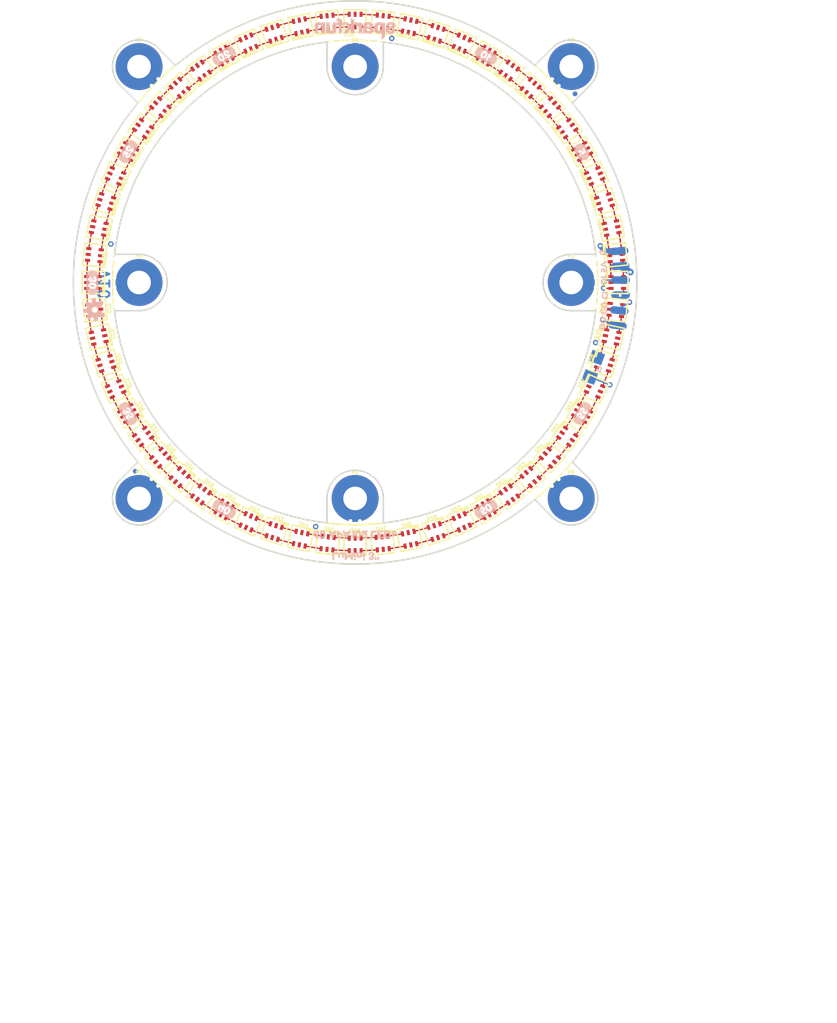
<source format=kicad_pcb>
(kicad_pcb (version 20211014) (generator pcbnew)
  (layers (0 "F.Cu" signal) (31 "B.Cu" signal) (34 "B.Paste" user) (35 "F.Paste" user) (36 "B.SilkS" user "B.Silkscreen") (37 "F.SilkS" user "F.Silkscreen") (38 "B.Mask" user) (39 "F.Mask" user) (44 "Edge.Cuts" user))
  (net 0 "")
  (net 1 "GND")
  (net 2 "5V")
  (net 3 "CI")
  (net 4 "DI")
  (net 5 "N$4")
  (net 6 "N$5")
  (net 7 "N$6")
  (net 8 "N$7")
  (net 9 "N$8")
  (net 10 "N$9")
  (net 11 "N$1")
  (net 12 "N$10")
  (net 13 "N$11")
  (net 14 "N$12")
  (net 15 "N$13")
  (net 16 "N$14")
  (net 17 "N$15")
  (net 18 "N$16")
  (net 19 "N$19")
  (net 20 "N$20")
  (net 21 "N$21")
  (net 22 "N$22")
  (net 23 "N$23")
  (net 24 "N$24")
  (net 25 "N$25")
  (net 26 "N$26")
  (net 27 "N$27")
  (net 28 "N$28")
  (net 29 "N$29")
  (net 30 "N$30")
  (net 31 "N$35")
  (net 32 "N$36")
  (net 33 "N$38")
  (net 34 "N$39")
  (net 35 "N$40")
  (net 36 "N$37")
  (net 37 "N$33")
  (net 38 "N$34")
  (net 39 "N$17")
  (net 40 "N$43")
  (net 41 "N$44")
  (net 42 "N$45")
  (net 43 "N$46")
  (net 44 "N$47")
  (net 45 "N$48")
  (net 46 "N$49")
  (net 47 "N$50")
  (net 48 "N$51")
  (net 49 "N$52")
  (net 50 "N$53")
  (net 51 "N$54")
  (net 52 "N$55")
  (net 53 "N$56")
  (net 54 "N$57")
  (net 55 "N$58")
  (net 56 "N$59")
  (net 57 "N$62")
  (net 58 "N$63")
  (net 59 "N$64")
  (net 60 "N$65")
  (net 61 "N$66")
  (net 62 "N$67")
  (net 63 "N$68")
  (net 64 "N$69")
  (net 65 "N$70")
  (net 66 "N$71")
  (net 67 "N$72")
  (net 68 "N$73")
  (net 69 "N$74")
  (net 70 "N$75")
  (net 71 "N$76")
  (net 72 "N$77")
  (net 73 "N$78")
  (net 74 "N$79")
  (net 75 "N$80")
  (net 76 "N$81")
  (net 77 "N$84")
  (net 78 "N$85")
  (net 79 "N$86")
  (net 80 "N$87")
  (net 81 "N$88")
  (net 82 "N$89")
  (net 83 "N$90")
  (net 84 "N$91")
  (net 85 "N$94")
  (net 86 "N$95")
  (net 87 "N$96")
  (net 88 "N$97")
  (net 89 "N$98")
  (net 90 "N$99")
  (net 91 "N$100")
  (net 92 "N$101")
  (net 93 "N$102")
  (net 94 "N$103")
  (net 95 "N$104")
  (net 96 "N$105")
  (net 97 "N$106")
  (net 98 "N$107")
  (net 99 "N$108")
  (net 100 "N$109")
  (net 101 "N$110")
  (net 102 "N$111")
  (net 103 "N$112")
  (net 104 "N$113")
  (net 105 "N$114")
  (net 106 "N$115")
  (net 107 "N$116")
  (net 108 "N$117")
  (net 109 "N$118")
  (net 110 "N$119")
  (net 111 "N$120")
  (net 112 "N$121")
  (net 113 "CO")
  (net 114 "DO")
  (net 115 "N$124")
  (net 116 "N$18")
  (net 117 "N$31")
  (net 118 "N$32")
  (net 119 "N$41")
  (net 120 "N$42")
  (net 121 "N$60")
  (net 122 "N$61")
  (net 123 "N$82")
  (net 124 "N$83")
  (footprint "boardEagle:STANDOFF-ELECTRICAL-NOTHERMALS" (layer "F.Cu") (at 148.5011 134.213599)
    (fp_text reference "H2")
    (fp_text value "STANDOFF_ELECTRICAL-NOTHERMALS")
  )
  (footprint "boardEagle:APA102-2020" (layer "F.Cu") (at 179.1843 87.284559 120)
    (fp_text reference "D6")
    (fp_text value "APA102-2020")
  )
  (footprint "" (layer "F.Cu") (at 120.988321 78.370796)
    (fp_text reference "@HOLE44" hide)
    (fp_text value "")
  )
  (footprint "" (layer "F.Cu") (at 151.6761 137.261599)
    (fp_text reference "@HOLE11" hide)
    (fp_text value "")
  )
  (footprint "boardEagle:APA102-2020" (layer "F.Cu") (at 166.22014 74.325481 150)
    (fp_text reference "D11")
    (fp_text value "APA102-2020")
  )
  (footprint "boardEagle:APA102-2020" (layer "F.Cu") (at 177.16754 125.829059 54)
    (fp_text reference "D55")
    (fp_text value "APA102-2020")
  )
  (footprint "" (layer "F.Cu") (at 151.6761 72.491599)
    (fp_text reference "@HOLE23" hide)
    (fp_text value "")
  )
  (footprint "boardEagle:APA102-2020" (layer "F.Cu") (at 114.81054 115.95354 -72)
    (fp_text reference "D34")
    (fp_text value "APA102-2020")
  )
  (footprint "" (layer "F.Cu") (at 177.827981 80.184896)
    (fp_text reference "@HOLE41" hide)
    (fp_text value "")
  )
  (footprint "boardEagle:APA102-2020" (layer "F.Cu") (at 122.174 81.287618 -132)
    (fp_text reference "D24")
    (fp_text value "APA102-2020")
  )
  (footprint "" (layer "F.Cu") (at 181.0131 105.638599)
    (fp_text reference "@HOLE12" hide)
    (fp_text value "")
  )
  (footprint "boardEagle:APA102-2020" (layer "F.Cu") (at 113.840262 112.369599 -78)
    (fp_text reference "D33")
    (fp_text value "APA102-2020")
  )
  (footprint "" (layer "F.Cu") (at 123.682396 75.676718)
    (fp_text reference "@HOLE47" hide)
    (fp_text value "")
  )
  (footprint "boardEagle:APA102-2020" (layer "F.Cu") (at 166.2176 135.686799 30)
    (fp_text reference "D51")
    (fp_text value "APA102-2020")
  )
  (footprint "boardEagle:APA102-2020" (layer "F.Cu") (at 124.785118 131.328159 -42)
    (fp_text reference "D39")
    (fp_text value "APA102-2020")
  )
  (footprint "boardEagle:APA102-2020" (layer "F.Cu") (at 117.8179 87.287099 -120)
    (fp_text reference "D26")
    (fp_text value "APA102-2020")
  )
  (footprint "boardEagle:APA102-2020" (layer "F.Cu") (at 130.787143 74.320399 -150)
    (fp_text reference "D21")
    (fp_text value "APA102-2020")
  )
  (footprint "boardEagle:APA102-2020" (layer "F.Cu") (at 179.1843 122.72264 60)
    (fp_text reference "D56")
    (fp_text value "APA102-2020")
  )
  (footprint "" (layer "F.Cu") (at 150.4061 137.261599)
    (fp_text reference "@HOLE7" hide)
    (fp_text value "")
  )
  (footprint "boardEagle:APA102-2020" (layer "F.Cu") (at 127.670559 76.34224 -144)
    (fp_text reference "D22")
    (fp_text value "APA102-2020")
  )
  (footprint "boardEagle:APA102-2020" (layer "F.Cu") (at 152.21204 140.24864 6)
    (fp_text reference "D47")
    (fp_text value "APA102-2020")
  )
  (footprint "boardEagle:APA102-2020" (layer "F.Cu") (at 130.782059 135.691881 -30)
    (fp_text reference "D41")
    (fp_text value "APA102-2020")
  )
  (footprint "" (layer "F.Cu") (at 123.664346 134.312431)
    (fp_text reference "@HOLE28" hide)
    (fp_text value "")
  )
  (footprint "boardEagle:STANDOFF-ELECTRICAL-NOTHERMALS" (layer "F.Cu") (at 177.7111 105.003599)
    (fp_text reference "H1")
    (fp_text value "STANDOFF_ELECTRICAL-NOTHERMALS")
  )
  (footprint "" (layer "F.Cu") (at 181.0131 103.098599)
    (fp_text reference "@HOLE15" hide)
    (fp_text value "")
  )
  (footprint "boardEagle:APA102-2020" (layer "F.Cu") (at 124.785118 78.671418 -138)
    (fp_text reference "D23")
    (fp_text value "APA102-2020")
  )
  (footprint "boardEagle:APA102-2020" (layer "F.Cu") (at 144.787618 140.251181 -6)
    (fp_text reference "D45")
    (fp_text value "APA102-2020")
  )
  (footprint "boardEagle:APA102-2020" (layer "F.Cu") (at 113.263681 108.706918 -84)
    (fp_text reference "D32")
    (fp_text value "APA102-2020")
  )
  (footprint "boardEagle:APA102-2020" (layer "F.Cu") (at 180.870859 90.59164 114)
    (fp_text reference "D5")
    (fp_text value "APA102-2020")
  )
  (footprint "" (layer "F.Cu") (at 120.970268 131.618353)
    (fp_text reference "@HOLE24" hide)
    (fp_text value "")
  )
  (footprint "" (layer "F.Cu") (at 175.133903 77.490821)
    (fp_text reference "@HOLE38" hide)
    (fp_text value "")
  )
  (footprint "" (layer "F.Cu") (at 176.929956 79.286871)
    (fp_text reference "@HOLE37" hide)
    (fp_text value "")
  )
  (footprint "" (layer "F.Cu") (at 173.319803 134.330481)
    (fp_text reference "@HOLE35" hide)
    (fp_text value "")
  )
  (footprint "boardEagle:APA102-2020" (layer "F.Cu") (at 169.334181 133.67004 36)
    (fp_text reference "D52")
    (fp_text value "APA102-2020")
  )
  (footprint "" (layer "F.Cu") (at 174.235878 76.592796)
    (fp_text reference "@HOLE39" hide)
    (fp_text value "")
  )
  (footprint "boardEagle:APA102-2020" (layer "F.Cu") (at 148.496018 69.568059 180)
    (fp_text reference "D16")
    (fp_text value "APA102-2020")
  )
  (footprint "" (layer "F.Cu") (at 146.5961 137.261599)
    (fp_text reference "@HOLE9" hide)
    (fp_text value "")
  )
  (footprint "" (layer "F.Cu") (at 181.0131 106.908599)
    (fp_text reference "@HOLE13" hide)
    (fp_text value "")
  )
  (footprint "" (layer "F.Cu") (at 149.1361 72.491599)
    (fp_text reference "@HOLE18" hide)
    (fp_text value "")
  )
  (footprint "boardEagle:APA102-2020" (layer "F.Cu") (at 113.065559 105.003599 -90)
    (fp_text reference "D31")
    (fp_text value "APA102-2020")
  )
  (footprint "boardEagle:APA102-2020" (layer "F.Cu") (at 122.171459 128.709418 -48)
    (fp_text reference "D38")
    (fp_text value "APA102-2020")
  )
  (footprint "" (layer "F.Cu") (at 147.8661 137.261599)
    (fp_text reference "@HOLE8" hide)
    (fp_text value "")
  )
  (footprint "boardEagle:APA102-2020" (layer "F.Cu") (at 183.74614 108.71454 84)
    (fp_text reference "D60")
    (fp_text value "APA102-2020")
  )
  (footprint "" (layer "F.Cu") (at 121.868296 132.516378)
    (fp_text reference "@HOLE26" hide)
    (fp_text value "")
  )
  (footprint "boardEagle:APA102-2020" (layer "F.Cu") (at 119.83974 125.831599 -54)
    (fp_text reference "D37")
    (fp_text value "APA102-2020")
  )
  (footprint "boardEagle:APA102-2020" (layer "F.Cu") (at 182.199281 94.061281 108)
    (fp_text reference "D4")
    (fp_text value "APA102-2020")
  )
  (footprint "" (layer "F.Cu") (at 115.9891 104.368599)
    (fp_text reference "@HOLE0" hide)
    (fp_text value "")
  )
  (footprint "boardEagle:APA102-2020" (layer "F.Cu") (at 117.822981 122.717559 -60)
    (fp_text reference "D36")
    (fp_text value "APA102-2020")
  )
  (footprint "" (layer "F.Cu") (at 119.174218 129.822303)
    (fp_text reference "@HOLE29" hide)
    (fp_text value "")
  )
  (footprint "boardEagle:FIDUCIAL-MICRO" (layer "F.Cu") (at 118.7831 130.530599)
    (fp_text reference "FD1" hide)
    (fp_text value "FIDUCIALUFIDUCIAL" hide)
  )
  (footprint "boardEagle:STANDOFF-ELECTRICAL-NOTHERMALS" (layer "F.Cu") (at 119.2911 134.213599)
    (fp_text reference "H5")
    (fp_text value "STANDOFF_ELECTRICAL-NOTHERMALS")
  )
  (footprint "boardEagle:APA102-2020" (layer "F.Cu") (at 183.9341 105.003599 90)
    (fp_text reference "D1")
    (fp_text value "APA102-2020")
  )
  (footprint "" (layer "F.Cu") (at 177.809931 129.840353)
    (fp_text reference "@HOLE34" hide)
    (fp_text value "")
  )
  (footprint "boardEagle:APA102-2020" (layer "F.Cu") (at 183.164481 97.637599 102)
    (fp_text reference "D3")
    (fp_text value "APA102-2020")
  )
  (footprint "boardEagle:APA102-2020" (layer "F.Cu") (at 174.823118 128.709418 48)
    (fp_text reference "D54")
    (fp_text value "APA102-2020")
  )
  (footprint "boardEagle:APA102-2020" (layer "F.Cu") (at 114.808 94.051118 -108)
    (fp_text reference "D28")
    (fp_text value "APA102-2020")
  )
  (footprint "" (layer "F.Cu") (at 176.911903 130.738378)
    (fp_text reference "@HOLE33" hide)
    (fp_text value "")
  )
  (footprint "boardEagle:APA102-2020" (layer "F.Cu") (at 180.868318 119.413018 66)
    (fp_text reference "D57")
    (fp_text value "APA102-2020")
  )
  (footprint "boardEagle:APA102-2020" (layer "F.Cu") (at 159.453581 71.307959 162)
    (fp_text reference "D13")
    (fp_text value "APA102-2020")
  )
  (footprint "" (layer "F.Cu") (at 145.3261 137.261599)
    (fp_text reference "@HOLE10" hide)
    (fp_text value "")
  )
  (footprint "" (layer "F.Cu") (at 176.013878 131.636403)
    (fp_text reference "@HOLE32" hide)
    (fp_text value "")
  )
  (footprint "boardEagle:APA102-2020" (layer "F.Cu") (at 152.206959 69.761099 174)
    (fp_text reference "D15")
    (fp_text value "APA102-2020")
  )
  (footprint "" (layer "F.Cu") (at 173.337853 75.694768)
    (fp_text reference "@HOLE40" hide)
    (fp_text value "")
  )
  (footprint "boardEagle:APA102-2020" (layer "F.Cu") (at 141.1351 139.659359 -12)
    (fp_text reference "D44")
    (fp_text value "APA102-2020")
  )
  (footprint "boardEagle:APA102-2020" (layer "F.Cu") (at 169.326559 76.337159 144)
    (fp_text reference "D10")
    (fp_text value "APA102-2020")
  )
  (footprint "" (layer "F.Cu") (at 181.0131 108.178599)
    (fp_text reference "@HOLE17" hide)
    (fp_text value "")
  )
  (footprint "" (layer "F.Cu") (at 146.5961 72.491599)
    (fp_text reference "@HOLE21" hide)
    (fp_text value "")
  )
  (footprint "boardEagle:APA102-2020" (layer "F.Cu") (at 182.1942 115.95354 72)
    (fp_text reference "D58")
    (fp_text value "APA102-2020")
  )
  (footprint "" (layer "F.Cu") (at 115.9891 105.638599)
    (fp_text reference "@HOLE2" hide)
    (fp_text value "")
  )
  (footprint "boardEagle:APA102-2020" (layer "F.Cu") (at 148.5011 140.434059)
    (fp_text reference "D46")
    (fp_text value "APA102-2020")
  )
  (footprint "boardEagle:APA102-2020" (layer "F.Cu") (at 127.6731 133.67004 -36)
    (fp_text reference "D40")
    (fp_text value "APA102-2020")
  )
  (footprint "boardEagle:APA102-2020" (layer "F.Cu") (at 116.126259 90.594181 -114)
    (fp_text reference "D27")
    (fp_text value "APA102-2020")
  )
  (footprint "boardEagle:FIDUCIAL-MICRO" (layer "F.Cu") (at 178.2191 79.476599)
    (fp_text reference "FD3" hide)
    (fp_text value "FIDUCIALUFIDUCIAL" hide)
  )
  (footprint "boardEagle:APA102-2020" (layer "F.Cu") (at 116.126259 119.42064 -66)
    (fp_text reference "D35")
    (fp_text value "APA102-2020")
  )
  (footprint "boardEagle:APA102-2020" (layer "F.Cu") (at 141.132559 70.34784 -168)
    (fp_text reference "D18")
    (fp_text value "APA102-2020")
  )
  (footprint "" (layer "F.Cu") (at 149.1361 137.261599)
    (fp_text reference "@HOLE6" hide)
    (fp_text value "")
  )
  (footprint "" (layer "F.Cu") (at 175.115853 132.534431)
    (fp_text reference "@HOLE30" hide)
    (fp_text value "")
  )
  (footprint "" (layer "F.Cu") (at 181.0131 104.368599)
    (fp_text reference "@HOLE14" hide)
    (fp_text value "")
  )
  (footprint "boardEagle:STANDOFF-ELECTRICAL-NOTHERMALS" (layer "F.Cu") (at 119.2911 105.003599)
    (fp_text reference "H4")
    (fp_text value "STANDOFF_ELECTRICAL-NOTHERMALS")
  )
  (footprint "boardEagle:APA102-2020" (layer "F.Cu") (at 155.862018 139.666981 12)
    (fp_text reference "D48")
    (fp_text value "APA102-2020")
  )
  (footprint "boardEagle:APA102-2020" (layer "F.Cu") (at 174.8282 81.290159 132)
    (fp_text reference "D8")
    (fp_text value "APA102-2020")
  )
  (footprint "" (layer "F.Cu") (at 119.192268 80.166846)
    (fp_text reference "@HOLE46" hide)
    (fp_text value "")
  )
  (footprint "" (layer "F.Cu") (at 115.9891 101.828599)
    (fp_text reference "@HOLE5" hide)
    (fp_text value "")
  )
  (footprint "boardEagle:APA102-2020" (layer "F.Cu") (at 137.556237 71.310499 -162)
    (fp_text reference "D19")
    (fp_text value "APA102-2020")
  )
  (footprint "" (layer "F.Cu") (at 147.8661 72.491599)
    (fp_text reference "@HOLE20" hide)
    (fp_text value "")
  )
  (footprint "boardEagle:APA102-2020" (layer "F.Cu") (at 183.738518 101.292659 96)
    (fp_text reference "D2")
    (fp_text value "APA102-2020")
  )
  (footprint "boardEagle:APA102-2020" (layer "F.Cu") (at 137.55624 138.69924 -18)
    (fp_text reference "D43")
    (fp_text value "APA102-2020")
  )
  (footprint "" (layer "F.Cu") (at 115.9891 103.098599)
    (fp_text reference "@HOLE1" hide)
    (fp_text value "")
  )
  (footprint "boardEagle:STANDOFF-ELECTRICAL-NOTHERMALS" (layer "F.Cu") (at 177.7111 134.213599)
    (fp_text reference "H6")
    (fp_text value "STANDOFF_ELECTRICAL-NOTHERMALS")
  )
  (footprint "boardEagle:APA102-2020" (layer "F.Cu") (at 144.79524 69.76364 -174)
    (fp_text reference "D17")
    (fp_text value "APA102-2020")
  )
  (footprint "boardEagle:APA102-2020" (layer "F.Cu") (at 134.08914 137.373359 -24)
    (fp_text reference "D42")
    (fp_text value "APA102-2020")
  )
  (footprint "" (layer "F.Cu") (at 145.3261 72.491599)
    (fp_text reference "@HOLE22" hide)
    (fp_text value "")
  )
  (footprint "boardEagle:APA102-2020" (layer "F.Cu") (at 177.170081 84.180681 126)
    (fp_text reference "D7")
    (fp_text value "APA102-2020")
  )
  (footprint "boardEagle:STANDOFF-ELECTRICAL-NOTHERMALS" (layer "F.Cu") (at 119.2911 75.793599)
    (fp_text reference "H7")
    (fp_text value "STANDOFF_ELECTRICAL-NOTHERMALS")
  )
  (footprint "" (layer "F.Cu") (at 174.217828 133.432456)
    (fp_text reference "@HOLE31" hide)
    (fp_text value "")
  )
  (footprint "boardEagle:APA102-2020" (layer "F.Cu") (at 159.443418 138.696699 18)
    (fp_text reference "D49")
    (fp_text value "APA102-2020")
  )
  (footprint "boardEagle:APA102-2020" (layer "F.Cu") (at 162.920681 137.373359 24)
    (fp_text reference "D50")
    (fp_text value "APA102-2020")
  )
  (footprint "boardEagle:APA102-2020" (layer "F.Cu") (at 134.081518 72.626218 -156)
    (fp_text reference "D20")
    (fp_text value "APA102-2020")
  )
  (footprint "boardEagle:APA102-2020" (layer "F.Cu") (at 172.209459 78.67904 138)
    (fp_text reference "D9")
    (fp_text value "APA102-2020")
  )
  (footprint "" (layer "F.Cu") (at 122.784371 76.574743)
    (fp_text reference "@HOLE43" hide)
    (fp_text value "")
  )
  (footprint "boardEagle:APA102-2020" (layer "F.Cu") (at 113.26114 101.29774 -96)
    (fp_text reference "D30")
    (fp_text value "APA102-2020")
  )
  (footprint "boardEagle:APA102-2020" (layer "F.Cu") (at 113.847884 97.632518 -102)
    (fp_text reference "D29")
    (fp_text value "APA102-2020")
  )
  (footprint "boardEagle:ORDERING_INSTRUCTIONS" (layer "F.Cu") (at 100.7491 154.279599)
    (fp_text reference "U$18" hide)
    (fp_text value "" hide)
  )
  (footprint "boardEagle:APA102-2020" (layer "F.Cu") (at 172.206918 131.330699 42)
    (fp_text reference "D53")
    (fp_text value "APA102-2020")
  )
  (footprint "boardEagle:CREATIVE_COMMONS" (layer "F.Cu") (at 130.7211 151.231599)
    (fp_text reference "FRAME1" hide)
    (fp_text value "FRAME-LEDGER" hide)
  )
  (footprint "" (layer "F.Cu") (at 115.9891 108.178599)
    (fp_text reference "@HOLE4" hide)
    (fp_text value "")
  )
  (footprint "" (layer "F.Cu") (at 115.9891 106.908599)
    (fp_text reference "@HOLE3" hide)
    (fp_text value "")
  )
  (footprint "boardEagle:STANDOFF-ELECTRICAL-NOTHERMALS" (layer "F.Cu") (at 148.5011 75.793599)
    (fp_text reference "H3")
    (fp_text value "STANDOFF_ELECTRICAL-NOTHERMALS")
  )
  (footprint "" (layer "F.Cu") (at 176.031931 78.388846)
    (fp_text reference "@HOLE36" hide)
    (fp_text value "")
  )
  (footprint "" (layer "F.Cu") (at 181.0131 101.828599)
    (fp_text reference "@HOLE16" hide)
    (fp_text value "")
  )
  (footprint "boardEagle:APA102-2020" (layer "F.Cu") (at 155.86964 70.340218 168)
    (fp_text reference "D14")
    (fp_text value "APA102-2020")
  )
  (footprint "boardEagle:STANDOFF-ELECTRICAL-NOTHERMALS" (layer "F.Cu") (at 177.7111 75.793599)
    (fp_text reference "H8")
    (fp_text value "STANDOFF_ELECTRICAL-NOTHERMALS")
  )
  (footprint "" (layer "F.Cu") (at 150.4061 72.491599)
    (fp_text reference "@HOLE19" hide)
    (fp_text value "")
  )
  (footprint "" (layer "F.Cu") (at 121.886346 77.472768)
    (fp_text reference "@HOLE42" hide)
    (fp_text value "")
  )
  (footprint "boardEagle:APA102-2020" (layer "F.Cu") (at 162.9156 72.63384 156)
    (fp_text reference "D12")
    (fp_text value "APA102-2020")
  )
  (footprint "boardEagle:APA102-2020" (layer "F.Cu") (at 183.16194 112.367059 78)
    (fp_text reference "D59")
    (fp_text value "APA102-2020")
  )
  (footprint "" (layer "F.Cu") (at 122.766321 133.414403)
    (fp_text reference "@HOLE27" hide)
    (fp_text value "")
  )
  (footprint "boardEagle:APA102-2020" (layer "F.Cu") (at 119.839743 84.180681 -126)
    (fp_text reference "D25")
    (fp_text value "APA102-2020")
  )
  (footprint "" (layer "F.Cu") (at 120.090296 79.268821)
    (fp_text reference "@HOLE45" hide)
    (fp_text value "")
  )
  (footprint "" (layer "F.Cu") (at 120.072243 130.720328)
    (fp_text reference "@HOLE25" hide)
    (fp_text value "")
  )
  (footprint "boardEagle:1206" (layer "B.Cu") (at 180.6956 116.471699 70)
    (fp_text reference "C1")
    (fp_text value "DNP")
  )
  (footprint "boardEagle:258" (layer "B.Cu") (at 118.6942 85.801199 -120)
    (fp_text reference "U$12" hide)
    (fp_text value "" hide)
  )
  (footprint "boardEagle:105" (layer "B.Cu") (at 167.5892 75.145899 150)
    (fp_text reference "U$6" hide)
    (fp_text value "" hide)
  )
  (footprint "boardEagle:309" (layer "B.Cu") (at 112.9792 103.238299 -90)
    (fp_text reference "U$13" hide)
    (fp_text value "" hide)
  )
  (footprint "boardEagle:FIDUCIAL-MICRO" (layer "B.Cu") (at 178.2191 79.476599 180)
    (fp_text reference "FD4" hide)
    (fp_text value "FIDUCIALUFIDUCIAL" hide)
  )
  (footprint "boardEagle:60_APA102_LEDS0" (layer "B.Cu") (at 141.9606 139.103099)
    (fp_text reference "U$2" hide)
    (fp_text value "" hide)
  )
  (footprint "boardEagle:DO3" (layer "B.Cu") (at 181.7751 112.115599 83)
    (fp_text reference "U$7" hide)
    (fp_text value "" hide)
  )
  (footprint "boardEagle:FIDUCIAL-MICRO" (layer "B.Cu") (at 118.7831 130.530599 90)
    (fp_text reference "FD2" hide)
    (fp_text value "FIDUCIALUFIDUCIAL" hide)
  )
  (footprint "boardEagle:5514" (layer "B.Cu") (at 178.3715 124.142499 60)
    (fp_text reference "U$17" hide)
    (fp_text value "" hide)
  )
  (footprint "boardEagle:SOLDER_PAD_2" (layer "B.Cu") (at 184.0738 109.804199 83)
    (fp_text reference "J3" hide)
    (fp_text value "SOLDER_PAD_2" hide)
  )
  (footprint "boardEagle:CO1" (layer "B.Cu") (at 181.9656 110.020099 83)
    (fp_text reference "U$8" hide)
    (fp_text value "" hide)
  )
  (footprint "boardEagle:5V6" (layer "B.Cu") (at 182.2196 104.368599 93.6)
    (fp_text reference "U$4" hide)
    (fp_text value "" hide)
  )
  (footprint "boardEagle:4011" (layer "B.Cu") (at 129.2606 134.759699 -30)
    (fp_text reference "U$15" hide)
    (fp_text value "" hide)
  )
  (footprint "boardEagle:LUMINI_3#2" (layer "B.Cu") (at 144.4371 142.024099)
    (fp_text reference "U$1" hide)
    (fp_text value "" hide)
  )
  (footprint "boardEagle:SOLDER_PAD_2" (layer "B.Cu") (at 184.3786 105.689399 -90)
    (fp_text reference "J2" hide)
    (fp_text value "SOLDER_PAD_2" hide)
  )
  (footprint "boardEagle:207" (layer "B.Cu") (at 132.3213 73.456799 -150)
    (fp_text reference "U$11" hide)
    (fp_text value "" hide)
  )
  (footprint "boardEagle:G4" (layer "B.Cu") (at 182.0291 102.082599 93.6)
    (fp_text reference "U$5" hide)
    (fp_text value "" hide)
  )
  (footprint "boardEagle:DI4" (layer "B.Cu") (at 182.1561 105.956099 90)
    (fp_text reference "U$10" hide)
    (fp_text value "" hide)
  )
  (footprint "boardEagle:SFE_LOGO_NAME_.1" (layer "B.Cu") (at 148.5011 70.713599 180)
    (fp_text reference "LOGO2" hide)
    (fp_text value "SFE_LOGO_NAME.1_INCH" hide)
  )
  (footprint "boardEagle:54" (layer "B.Cu") (at 179.8701 88.620599 120)
    (fp_text reference "U$3" hide)
    (fp_text value "" hide)
  )
  (footprint "boardEagle:OSHW-LOGO-S" (layer "B.Cu") (at 113.3221 108.686599 -84)
    (fp_text reference "LOGO1" hide)
    (fp_text value "OSHW-LOGOS" hide)
  )
  (footprint "boardEagle:CI6" (layer "B.Cu") (at 182.2577 108.026199 90)
    (fp_text reference "U$9" hide)
    (fp_text value "" hide)
  )
  (footprint "boardEagle:5013" (layer "B.Cu") (at 164.5539 136.613899 30)
    (fp_text reference "U$16" hide)
    (fp_text value "" hide)
  )
  (footprint "boardEagle:3510" (layer "B.Cu") (at 116.9543 121.259599 -60)
    (fp_text reference "U$14" hide)
    (fp_text value "" hide)
  )
  (footprint "boardEagle:SOLDER_PAD_2" (layer "B.Cu") (at 184.2516 101.765099 -86.4)
    (fp_text reference "J1" hide)
    (fp_text value "SOLDER_PAD_2" hide)
  )
  (gr_circle (center 148.5011 105.003599) (end 181.2671 105.003599) (layer "F.SilkS") (width 0.2032) (fill none))
  (gr_circle (center 148.5011 105.003599) (end 186.6011 105.003599) (layer "F.SilkS") (width 0.2032) (fill none))
  (gr_line (start 177.8635 129.285999) (end 180.2511 131.673599) (layer "Edge.Cuts") (width 0.2032))
  (gr_arc (start 177.8635 80.721199) (mid 186.581772 105.003599) (end 177.8635 129.285999) (layer "Edge.Cuts") (width 0.2032))
  (gr_line (start 144.6911 137.515599) (end 144.6911 134.213599) (layer "Edge.Cuts") (width 0.2032))
  (gr_line (start 116.7511 131.673599) (end 119.1387 129.285999) (layer "Edge.Cuts") (width 0.2032))
  (gr_line (start 180.2511 78.333599) (end 177.8635 80.721199) (layer "Edge.Cuts") (width 0.2032))
  (gr_arc (start 173.9011 105.003599) (mid 175.017023 102.309522) (end 177.7111 101.193599) (layer "Edge.Cuts") (width 0.2032))
  (gr_line (start 152.3111 134.213599) (end 152.3111 137.515599) (layer "Edge.Cuts") (width 0.2032))
  (gr_arc (start 148.5011 130.403599) (mid 151.195177 131.519522) (end 152.3111 134.213599) (layer "Edge.Cuts") (width 0.2032))
  (gr_line (start 177.7111 108.813599) (end 181.0131 108.813599) (layer "Edge.Cuts") (width 0.2032))
  (gr_arc (start 119.2911 101.193599) (mid 121.985177 102.309522) (end 123.1011 105.003599) (layer "Edge.Cuts") (width 0.2032))
  (gr_arc (start 177.7111 108.813599) (mid 175.017023 107.697676) (end 173.9011 105.003599) (layer "Edge.Cuts") (width 0.2032))
  (gr_arc (start 144.6911 134.213599) (mid 145.807023 131.519522) (end 148.5011 130.403599) (layer "Edge.Cuts") (width 0.2032))
  (gr_line (start 175.1711 136.753599) (end 172.7835 134.365999) (layer "Edge.Cuts") (width 0.2032))
  (gr_arc (start 115.9891 101.193599) (mid 125.328507 81.831006) (end 144.6911 72.4916) (layer "Edge.Cuts") (width 0.2032))
  (gr_line (start 121.8311 73.253599) (end 124.2187 75.641199) (layer "Edge.Cuts") (width 0.2032))
  (gr_arc (start 121.8311 136.753599) (mid 116.7511 136.753599) (end 116.7511 131.673599) (layer "Edge.Cuts") (width 0.2032))
  (gr_arc (start 124.2187 75.641199) (mid 148.5011 66.922927) (end 172.7835 75.641199) (layer "Edge.Cuts") (width 0.2032))
  (gr_line (start 124.2187 134.365999) (end 121.8311 136.753599) (layer "Edge.Cuts") (width 0.2032))
  (gr_arc (start 152.3111 75.793599) (mid 151.195177 78.487676) (end 148.5011 79.603599) (layer "Edge.Cuts") (width 0.2032))
  (gr_arc (start 180.2511 131.673599) (mid 180.2511 136.753599) (end 175.1711 136.753599) (layer "Edge.Cuts") (width 0.2032))
  (gr_line (start 115.9891 101.193599) (end 119.2911 101.193599) (layer "Edge.Cuts") (width 0.2032))
  (gr_arc (start 175.1711 73.253599) (mid 180.2511 73.253599) (end 180.2511 78.333599) (layer "Edge.Cuts") (width 0.2032))
  (gr_line (start 172.7835 75.641199) (end 175.1711 73.253599) (layer "Edge.Cuts") (width 0.2032))
  (gr_line (start 119.2911 108.813599) (end 115.9891 108.813599) (layer "Edge.Cuts") (width 0.2032))
  (gr_line (start 144.6911 75.793599) (end 144.6911 72.491599) (layer "Edge.Cuts") (width 0.2032))
  (gr_arc (start 116.7511 78.333599) (mid 116.7511 73.253599) (end 121.8311 73.253599) (layer "Edge.Cuts") (width 0.2032))
  (gr_line (start 119.1387 80.721199) (end 116.7511 78.333599) (layer "Edge.Cuts") (width 0.2032))
  (gr_arc (start 172.783499 134.366) (mid 148.501099 143.084272) (end 124.2187 134.365999) (layer "Edge.Cuts") (width 0.2032))
  (gr_arc (start 148.5011 79.603599) (mid 145.807023 78.487676) (end 144.6911 75.793599) (layer "Edge.Cuts") (width 0.2032))
  (gr_arc (start 144.6911 137.515599) (mid 125.328507 128.176193) (end 115.9891 108.8136) (layer "Edge.Cuts") (width 0.2032))
  (gr_line (start 152.3111 72.491599) (end 152.3111 75.793599) (layer "Edge.Cuts") (width 0.2032))
  (gr_arc (start 123.1011 105.003599) (mid 121.985177 107.697676) (end 119.2911 108.813599) (layer "Edge.Cuts") (width 0.2032))
  (gr_arc (start 181.0131 108.813599) (mid 171.673694 128.176193) (end 152.3111 137.5156) (layer "Edge.Cuts") (width 0.2032))
  (gr_arc (start 119.138699 129.285998) (mid 110.420427 105.003598) (end 119.1387 80.721199) (layer "Edge.Cuts") (width 0.2032))
  (gr_line (start 181.0131 101.193599) (end 177.7111 101.193599) (layer "Edge.Cuts") (width 0.2032))
  (gr_arc (start 152.3111 72.491599) (mid 171.673694 81.831006) (end 181.0131 101.1936) (layer "Edge.Cuts") (width 0.2032))
  (gr_text "v10" (at 115.4811 103.098599 -270) (layer "B.Cu") (effects (font (size 1.5113 1.5113) (thickness 0.2667)) (justify left bottom mirror)))
  (via (at 153.4541 71.983599) (size 0.7366) (drill 0.381) (layers "F.Cu" "B.Cu") (net 1))
  (via (at 115.4811 99.796599) (size 0.7366) (drill 0.381) (layers "F.Cu" "B.Cu") (net 1))
  (via (at 143.1671 138.023599) (size 0.7366) (drill 0.381) (layers "F.Cu" "B.Cu") (net 1))
  (via (at 181.6481 100.050599) (size 0.7366) (drill 0.381) (layers "F.Cu" "B.Cu") (net 1))
  (via (at 181.0131 113.131599) (size 0.7366) (drill 0.381) (layers "F.Cu" "B.Cu") (net 1))
  (segment (start 184.187806 100.751106) (end 182.4101 100.812599) (width 0.762) (layer "B.Cu") (net 1))
  (segment (start 182.4101 100.812599) (end 181.6481 100.050599) (width 0.762) (layer "B.Cu") (net 1))
  (via (at 182.9181 118.846599) (size 0.7366) (drill 0.381) (layers "F.Cu" "B.Cu") (net 2))
  (via (at 185.7121 103.606599) (size 0.7366) (drill 0.381) (layers "F.Cu" "B.Cu") (net 2))
  (segment (start 185.7121 103.606599) (end 184.315396 102.779096) (width 0.889) (layer "B.Cu") (net 2))
  (segment (start 180.216771 117.787271) (end 182.9181 118.846599) (width 0.1778) (layer "B.Cu") (net 2))
  (segment (start 184.7841 106.299899) (end 184.3151 106.768899) (width 0.1778) (layer "F.Cu") (net 3))
  (segment (start 184.7841 105.803599) (end 184.7841 106.299899) (width 0.1778) (layer "F.Cu") (net 3))
  (via (at 184.3151 106.768899) (size 0.7366) (drill 0.381) (layers "F.Cu" "B.Cu") (net 3))
  (segment (start 184.3786 106.705399) (end 184.3151 106.768899) (width 0.1778) (layer "B.Cu") (net 3))
  (segment (start 182.1306 105.803599) (end 183.0841 105.803599) (width 0.2032) (layer "F.Cu") (net 4))
  (segment (start 182.0926 105.765599) (end 182.1306 105.803599) (width 0.2032) (layer "F.Cu") (net 4))
  (via (at 182.0926 105.765599) (size 0.7366) (drill 0.381) (layers "F.Cu" "B.Cu") (net 4))
  (segment (start 182.0926 105.143299) (end 182.5625 104.673399) (width 0.1778) (layer "B.Cu") (net 4))
  (segment (start 182.5625 104.673399) (end 184.3786 104.673399) (width 0.1778) (layer "B.Cu") (net 4))
  (segment (start 182.0926 105.765599) (end 182.0926 105.143299) (width 0.1778) (layer "B.Cu") (net 4))
  (segment (start 184.7841 104.203599) (end 184.667484 101.999428) (width 0.2032) (layer "F.Cu") (net 5))
  (segment (start 183.0841 104.203599) (end 182.976796 102.177128) (width 0.2032) (layer "F.Cu") (net 6))
  (segment (start 184.500237 100.408193) (end 184.162234 98.243393) (width 0.2032) (layer "F.Cu") (net 7))
  (segment (start 182.80955 100.585893) (end 182.499384 98.596843) (width 0.2032) (layer "F.Cu") (net 8))
  (segment (start 183.829575 96.678359) (end 183.25489 94.559462) (width 0.1778) (layer "F.Cu") (net 9))
  (segment (start 181.638093 95.084793) (end 182.166725 97.031809) (width 0.1778) (layer "F.Cu") (net 10))
  (segment (start 182.760465 93.037771) (end 181.972759 90.976753) (width 0.1778) (layer "F.Cu") (net 11))
  (segment (start 181.143668 93.563103) (end 180.419734 91.668206) (width 0.1778) (layer "F.Cu") (net 12))
  (segment (start 181.321981 89.515078) (end 180.320418 87.552381) (width 0.1778) (layer "F.Cu") (net 13))
  (segment (start 179.768956 90.206531) (end 178.848178 88.402381) (width 0.1778) (layer "F.Cu") (net 14))
  (segment (start 179.520418 86.16674) (end 178.327971 84.328278) (width 0.1778) (layer "F.Cu") (net 15))
  (segment (start 176.952643 85.327512) (end 178.048178 87.01674) (width 0.1778) (layer "F.Cu") (net 16))
  (segment (start 177.387515 83.033853) (end 175.995175 81.315915) (width 0.1778) (layer "F.Cu") (net 17))
  (segment (start 176.012187 84.033087) (end 174.731831 82.453437) (width 0.1778) (layer "F.Cu") (net 18))
  (segment (start 172.183703 77.512065) (end 170.473387 76.119724) (width 0.1778) (layer "F.Cu") (net 19))
  (segment (start 171.046181 78.775409) (end 169.474153 77.495053) (width 0.1778) (layer "F.Cu") (net 20))
  (segment (start 169.178962 75.179268) (end 167.337959 73.989362) (width 0.1778) (layer "F.Cu") (net 21))
  (segment (start 168.179728 76.554596) (end 166.487959 75.461603) (width 0.1778) (layer "F.Cu") (net 22))
  (segment (start 165.952318 73.189362) (end 163.992162 72.182718) (width 0.1778) (layer "F.Cu") (net 23))
  (segment (start 163.300709 73.735743) (end 165.102318 74.661603) (width 0.1778) (layer "F.Cu") (net 24))
  (segment (start 160.47709 70.746774) (end 162.530487 71.53194) (width 0.1778) (layer "F.Cu") (net 25))
  (segment (start 161.839034 73.084965) (end 159.951759 72.363571) (width 0.1778) (layer "F.Cu") (net 26))
  (segment (start 158.9554 70.252349) (end 156.828881 69.675124) (width 0.1778) (layer "F.Cu") (net 27))
  (segment (start 156.475431 71.337974) (end 158.430068 71.869146) (width 0.1778) (layer "F.Cu") (net 28))
  (segment (start 155.263846 69.342465) (end 153.091425 68.999381) (width 0.1778) (layer "F.Cu") (net 29))
  (segment (start 154.910396 71.005315) (end 152.913725 70.690068) (width 0.1778) (layer "F.Cu") (net 30))
  (segment (start 143.910771 69.001921) (end 141.73835 69.350087) (width 0.1778) (layer "F.Cu") (net 31))
  (segment (start 142.0918 71.012937) (end 144.088471 70.692609) (width 0.1778) (layer "F.Cu") (net 32))
  (segment (start 140.526765 71.345596) (end 138.579746 71.871687) (width 0.1778) (layer "F.Cu") (net 33))
  (segment (start 136.532725 70.749315) (end 134.466628 71.524318) (width 0.1778) (layer "F.Cu") (net 34))
  (segment (start 135.158081 73.077343) (end 137.058056 72.366112) (width 0.1778) (layer "F.Cu") (net 35))
  (segment (start 140.173315 69.682746) (end 138.054415 70.25489) (width 0.1778) (layer "F.Cu") (net 36))
  (segment (start 174.924565 80.126884) (end 173.372734 78.582674) (width 0.1778) (layer "F.Cu") (net 37))
  (segment (start 172.235212 79.846018) (end 173.661221 81.264406) (width 0.1778) (layer "F.Cu") (net 38))
  (segment (start 147.696018 70.418059) (end 145.679706 70.525362) (width 0.1778) (layer "F.Cu") (net 39))
  (segment (start 147.696018 68.718059) (end 145.502006 68.834674) (width 0.1778) (layer "F.Cu") (net 40))
  (segment (start 127.818153 75.184349) (end 129.669321 73.984281) (width 0.1778) (layer "F.Cu") (net 41))
  (segment (start 130.519321 75.456521) (end 128.817387 76.559678) (width 0.1778) (layer "F.Cu") (net 42))
  (segment (start 126.523728 76.124806) (end 124.810871 77.504443) (width 0.1778) (layer "F.Cu") (net 43))
  (segment (start 127.522962 77.500134) (end 125.948393 78.767787) (width 0.1778) (layer "F.Cu") (net 44))
  (segment (start 123.62184 78.575053) (end 122.077631 80.124343) (width 0.1778) (layer "F.Cu") (net 45))
  (segment (start 124.759362 79.838396) (end 123.340975 81.261865) (width 0.1778) (layer "F.Cu") (net 46))
  (segment (start 121.007021 81.313374) (end 119.622306 83.033853) (width 0.1778) (layer "F.Cu") (net 47))
  (segment (start 122.270365 82.450896) (end 120.997634 84.033087) (width 0.1778) (layer "F.Cu") (net 48))
  (segment (start 118.68185 84.328278) (end 117.481778 86.169281) (width 0.1778) (layer "F.Cu") (net 49))
  (segment (start 120.057178 85.327512) (end 118.954018 87.019281) (width 0.1778) (layer "F.Cu") (net 50))
  (segment (start 116.681778 87.554921) (end 115.675134 89.517618) (width 0.1778) (layer "F.Cu") (net 51))
  (segment (start 118.154018 88.404921) (end 117.228159 90.209071) (width 0.1778) (layer "F.Cu") (net 52))
  (segment (start 115.024356 90.979293) (end 114.246812 93.027609) (width 0.1778) (layer "F.Cu") (net 53))
  (segment (start 116.577381 91.670746) (end 115.863609 93.55294) (width 0.1778) (layer "F.Cu") (net 54))
  (segment (start 112.499418 100.413274) (end 112.850128 98.238312) (width 0.1778) (layer "F.Cu") (net 55))
  (segment (start 114.512978 98.591762) (end 114.190106 100.590974) (width 0.1778) (layer "F.Cu") (net 56))
  (segment (start 112.334712 108.000153) (end 112.215559 105.803599) (width 0.1778) (layer "F.Cu") (net 57))
  (segment (start 113.915559 105.803599) (end 114.0254 107.822453) (width 0.1778) (layer "F.Cu") (net 58))
  (segment (start 112.501959 109.591387) (end 112.842506 111.763809) (width 0.1778) (layer "F.Cu") (net 59))
  (segment (start 114.192646 109.413687) (end 114.505356 111.410359) (width 0.1778) (layer "F.Cu") (net 60))
  (segment (start 113.175165 113.328843) (end 113.754928 115.455362) (width 0.1778) (layer "F.Cu") (net 61))
  (segment (start 114.838015 112.975393) (end 115.371725 114.930031) (width 0.1778) (layer "F.Cu") (net 62))
  (segment (start 114.249353 116.977053) (end 115.024356 119.035531) (width 0.1778) (layer "F.Cu") (net 63))
  (segment (start 115.86615 116.451721) (end 116.577381 118.344078) (width 0.1778) (layer "F.Cu") (net 64))
  (segment (start 115.675134 120.497206) (end 116.686859 122.44974) (width 0.1778) (layer "F.Cu") (net 65))
  (segment (start 117.228159 119.805753) (end 118.1591 121.59974) (width 0.1778) (layer "F.Cu") (net 66))
  (segment (start 119.622303 126.978431) (end 121.004481 128.683665) (width 0.1778) (layer "F.Cu") (net 67))
  (segment (start 120.997631 125.979196) (end 122.267825 127.546143) (width 0.1778) (layer "F.Cu") (net 68))
  (segment (start 123.338434 128.735174) (end 124.759362 130.161184) (width 0.1778) (layer "F.Cu") (net 69))
  (segment (start 124.810871 132.495137) (end 126.526268 133.887478) (width 0.1778) (layer "F.Cu") (net 70))
  (segment (start 125.948393 131.231793) (end 127.525503 132.512149) (width 0.1778) (layer "F.Cu") (net 71))
  (segment (start 122.07509 129.872696) (end 123.62184 131.424528) (width 0.1778) (layer "F.Cu") (net 72))
  (segment (start 113.182787 96.673278) (end 113.752387 94.549299) (width 0.1778) (layer "F.Cu") (net 73))
  (segment (start 115.369184 95.074631) (end 114.845637 97.026728) (width 0.1778) (layer "F.Cu") (net 74))
  (segment (start 118.9591 122.985381) (end 120.057175 124.684771) (width 0.1778) (layer "F.Cu") (net 75))
  (segment (start 117.486859 123.835381) (end 118.681846 125.684006) (width 0.1778) (layer "F.Cu") (net 76))
  (segment (start 131.049878 136.828003) (end 133.012575 137.824484) (width 0.1778) (layer "F.Cu") (net 77))
  (segment (start 131.899878 135.355762) (end 133.704028 136.271459) (width 0.1778) (layer "F.Cu") (net 78))
  (segment (start 134.47425 138.475262) (end 136.532728 139.260428) (width 0.1778) (layer "F.Cu") (net 79))
  (segment (start 135.165703 136.922237) (end 137.058059 137.643631) (width 0.1778) (layer "F.Cu") (net 80))
  (segment (start 138.054418 139.754853) (end 140.175856 140.324456) (width 0.1778) (layer "F.Cu") (net 81))
  (segment (start 138.57975 138.138056) (end 140.529306 138.661606) (width 0.1778) (layer "F.Cu") (net 82))
  (segment (start 141.74089 140.657115) (end 143.90315 141.012903) (width 0.1778) (layer "F.Cu") (net 83))
  (segment (start 142.09434 138.994265) (end 144.08085 139.322215) (width 0.1778) (layer "F.Cu") (net 84))
  (segment (start 149.3011 141.284059) (end 151.505271 141.177609) (width 0.1778) (layer "F.Cu") (net 85))
  (segment (start 151.327571 139.486921) (end 149.3011 139.584059) (width 0.1778) (layer "F.Cu") (net 86))
  (segment (start 153.096506 141.010362) (end 155.256225 140.664737) (width 0.1778) (layer "F.Cu") (net 87))
  (segment (start 152.918806 139.319674) (end 154.902775 139.001887) (width 0.1778) (layer "F.Cu") (net 88))
  (segment (start 160.466928 139.257887) (end 162.535568 138.475262) (width 0.1778) (layer "F.Cu") (net 89))
  (segment (start 159.941596 137.64109) (end 161.844115 136.922237) (width 0.1778) (layer "F.Cu") (net 90))
  (segment (start 163.997243 137.824484) (end 165.949778 136.822921) (width 0.1778) (layer "F.Cu") (net 91))
  (segment (start 163.30579 136.271459) (end 165.099778 135.350681) (width 0.1778) (layer "F.Cu") (net 92))
  (segment (start 169.186584 134.827934) (end 167.335418 136.022921) (width 0.1778) (layer "F.Cu") (net 93))
  (segment (start 166.485418 134.550681) (end 168.18735 133.452606) (width 0.1778) (layer "F.Cu") (net 94))
  (segment (start 170.481009 133.887478) (end 172.181162 132.497678) (width 0.1778) (layer "F.Cu") (net 95))
  (segment (start 169.481775 132.512149) (end 171.04364 131.234334) (width 0.1778) (layer "F.Cu") (net 96))
  (segment (start 173.370193 131.427068) (end 174.919484 129.872696) (width 0.1778) (layer "F.Cu") (net 97))
  (segment (start 172.232671 130.163724) (end 173.65614 128.735174) (width 0.1778) (layer "F.Cu") (net 98))
  (segment (start 177.384975 126.97589) (end 175.990093 128.683665) (width 0.1778) (layer "F.Cu") (net 99))
  (segment (start 174.72675 127.546143) (end 176.009646 125.976656) (width 0.1778) (layer "F.Cu") (net 100))
  (segment (start 179.520418 123.840462) (end 178.325431 125.681465) (width 0.1778) (layer "F.Cu") (net 101))
  (segment (start 176.950103 124.682231) (end 178.048178 122.990462) (width 0.1778) (layer "F.Cu") (net 102))
  (segment (start 181.970218 119.027909) (end 182.755384 116.977053) (width 0.1778) (layer "F.Cu") (net 103))
  (segment (start 181.138587 116.451721) (end 180.417193 118.336456) (width 0.1778) (layer "F.Cu") (net 104))
  (segment (start 181.633012 114.930031) (end 182.164184 112.972853) (width 0.1778) (layer "F.Cu") (net 105))
  (segment (start 184.507859 109.599009) (end 184.159693 111.761268) (width 0.1778) (layer "F.Cu") (net 106))
  (segment (start 182.496843 111.407818) (end 182.817171 109.421309) (width 0.1778) (layer "F.Cu") (net 107))
  (segment (start 183.827034 113.326303) (end 183.249809 115.455362) (width 0.1778) (layer "F.Cu") (net 108))
  (segment (start 156.821259 140.332078) (end 158.945237 139.752312) (width 0.1778) (layer "F.Cu") (net 109))
  (segment (start 156.467809 138.669228) (end 158.419906 138.135515) (width 0.1778) (layer "F.Cu") (net 110))
  (segment (start 178.848178 121.604821) (end 179.766415 119.798131) (width 0.1778) (layer "F.Cu") (net 111))
  (segment (start 181.31944 120.489584) (end 180.320418 122.454821) (width 0.1778) (layer "F.Cu") (net 112))
  (segment (start 185.247925 108.007774) (end 185.5851 107.670599) (width 0.1778) (layer "F.Cu") (net 113))
  (segment (start 184.675106 108.007774) (end 185.247925 108.007774) (width 0.1778) (layer "F.Cu") (net 113))
  (via (at 185.5851 107.670599) (size 0.7366) (drill 0.381) (layers "F.Cu" "B.Cu") (net 113))
  (segment (start 185.5851 107.670599) (end 184.197621 108.537768) (width 0.1778) (layer "B.Cu") (net 113))
  (segment (start 184.197621 108.537768) (end 184.197621 108.795774) (width 0.1778) (layer "B.Cu") (net 113))
  (segment (start 181.9656 110.020099) (end 182.263775 108.007424) (width 0.1778) (layer "F.Cu") (net 114))
  (segment (start 182.263775 108.007424) (end 182.4736 107.797599) (width 0.1778) (layer "F.Cu") (net 114))
  (segment (start 182.4736 107.797599) (end 182.984418 107.830074) (width 0.1778) (layer "F.Cu") (net 114))
  (via (at 181.9656 110.020099) (size 0.7366) (drill 0.381) (layers "F.Cu" "B.Cu") (net 114))
  (segment (start 183.949981 110.812628) (end 183.219959 110.812628) (width 0.1778) (layer "B.Cu") (net 114))
  (segment (start 183.219959 110.812628) (end 181.9656 110.020099) (width 0.1778) (layer "B.Cu") (net 114))
  (segment (start 133.004953 72.175096) (end 131.054962 73.184281) (width 0.1778) (layer "F.Cu") (net 115))
  (segment (start 133.696406 73.728121) (end 131.904962 74.656521) (width 0.1778) (layer "F.Cu") (net 116))
  (segment (start 145.494384 141.180149) (end 147.7011 141.284059) (width 0.1778) (layer "F.Cu") (net 117))
  (segment (start 112.215559 104.203599) (end 112.332171 102.004509) (width 0.1778) (layer "F.Cu") (net 118))
  (segment (start 114.022859 102.182209) (end 113.915559 104.203599) (width 0.1778) (layer "F.Cu") (net 119))
  (segment (start 151.50019 68.832134) (end 149.296018 68.718059) (width 0.1778) (layer "F.Cu") (net 120))
  (segment (start 149.296018 70.418059) (end 151.32249 70.522821) (width 0.1778) (layer "F.Cu") (net 121))
  (segment (start 145.672084 139.489462) (end 147.7011 139.584059) (width 0.1778) (layer "F.Cu") (net 122))
  (segment (start 127.820693 134.827934) (end 129.664237 136.028003) (width 0.1778) (layer "F.Cu") (net 123))
  (segment (start 128.819928 133.452606) (end 130.514237 134.555762) (width 0.1778) (layer "F.Cu") (net 124))
)
</source>
